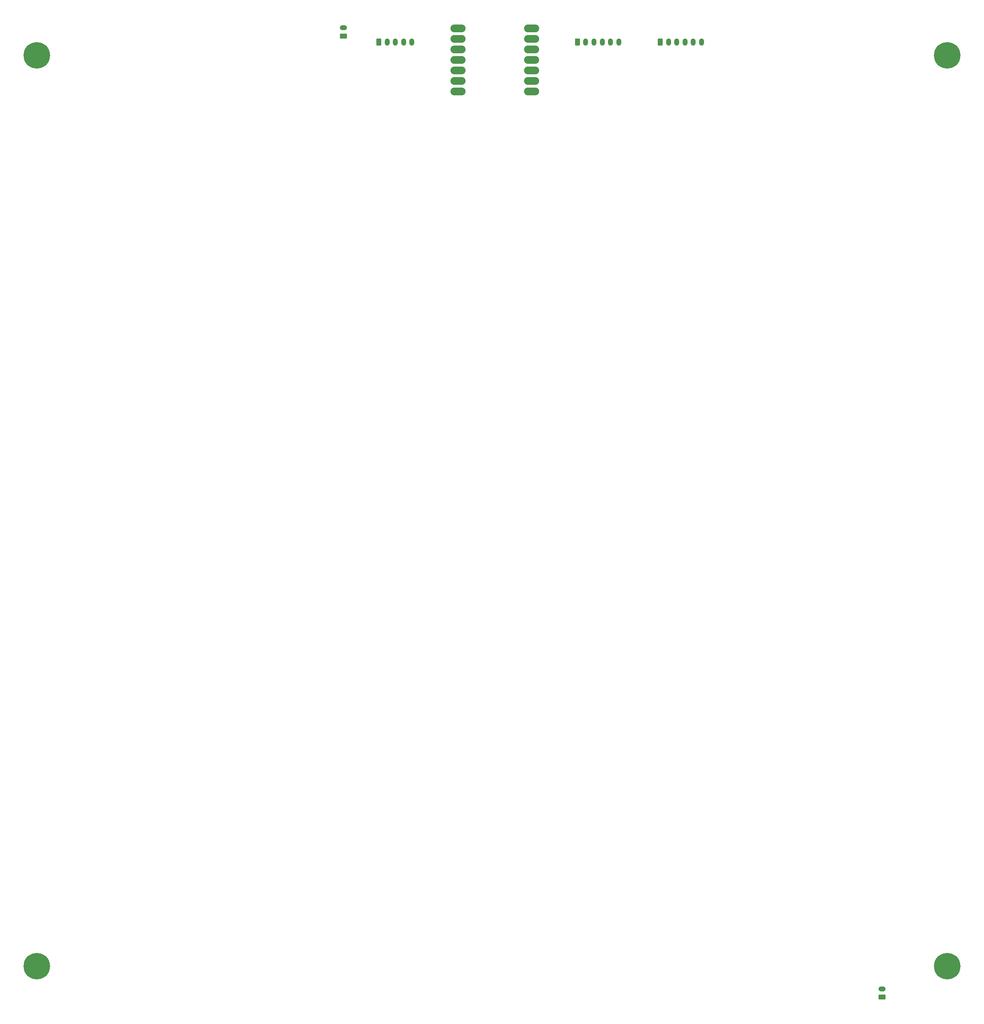
<source format=gbs>
G04 #@! TF.GenerationSoftware,KiCad,Pcbnew,8.0.5*
G04 #@! TF.CreationDate,2024-10-14T18:30:02-05:00*
G04 #@! TF.ProjectId,morg_grad_cap,6d6f7267-5f67-4726-9164-5f6361702e6b,rev?*
G04 #@! TF.SameCoordinates,Original*
G04 #@! TF.FileFunction,Soldermask,Bot*
G04 #@! TF.FilePolarity,Negative*
%FSLAX46Y46*%
G04 Gerber Fmt 4.6, Leading zero omitted, Abs format (unit mm)*
G04 Created by KiCad (PCBNEW 8.0.5) date 2024-10-14 18:30:02*
%MOMM*%
%LPD*%
G01*
G04 APERTURE LIST*
G04 Aperture macros list*
%AMRoundRect*
0 Rectangle with rounded corners*
0 $1 Rounding radius*
0 $2 $3 $4 $5 $6 $7 $8 $9 X,Y pos of 4 corners*
0 Add a 4 corners polygon primitive as box body*
4,1,4,$2,$3,$4,$5,$6,$7,$8,$9,$2,$3,0*
0 Add four circle primitives for the rounded corners*
1,1,$1+$1,$2,$3*
1,1,$1+$1,$4,$5*
1,1,$1+$1,$6,$7*
1,1,$1+$1,$8,$9*
0 Add four rect primitives between the rounded corners*
20,1,$1+$1,$2,$3,$4,$5,0*
20,1,$1+$1,$4,$5,$6,$7,0*
20,1,$1+$1,$6,$7,$8,$9,0*
20,1,$1+$1,$8,$9,$2,$3,0*%
G04 Aperture macros list end*
%ADD10O,1.750000X1.200000*%
%ADD11RoundRect,0.250000X0.625000X-0.350000X0.625000X0.350000X-0.625000X0.350000X-0.625000X-0.350000X0*%
%ADD12C,6.400000*%
%ADD13O,1.200000X1.750000*%
%ADD14RoundRect,0.250000X-0.350000X-0.625000X0.350000X-0.625000X0.350000X0.625000X-0.350000X0.625000X0*%
%ADD15O,3.657600X1.879600*%
G04 APERTURE END LIST*
D10*
X214210001Y-235520000D03*
D11*
X214210001Y-237520000D03*
D12*
X230000000Y-10000000D03*
X230000000Y-230000000D03*
X10000000Y-10000000D03*
X10000000Y-230000000D03*
D13*
X150650000Y-6790000D03*
X148650003Y-6789999D03*
X146650002Y-6790000D03*
X144650001Y-6789999D03*
X142650001Y-6789999D03*
D14*
X140650001Y-6789999D03*
X160649999Y-6789999D03*
D13*
X162649999Y-6789999D03*
X164649999Y-6789999D03*
X166650000Y-6790000D03*
X168650001Y-6789999D03*
X170649998Y-6790000D03*
D15*
X129539999Y-3459998D03*
X129539999Y-6000002D03*
X129539999Y-8539999D03*
X129540002Y-11080002D03*
X129539999Y-13620000D03*
X129540001Y-16160004D03*
X129540002Y-18700002D03*
X111760000Y-18700000D03*
X111760000Y-16159999D03*
X111759999Y-13620001D03*
X111759998Y-11080001D03*
X111759993Y-8540000D03*
X111759999Y-6000001D03*
X111760000Y-3460001D03*
D11*
X84100000Y-5300000D03*
D10*
X84100000Y-3300000D03*
D14*
X92660000Y-6750000D03*
D13*
X94660000Y-6750000D03*
X96660000Y-6750000D03*
X98660001Y-6750001D03*
X100660002Y-6750000D03*
M02*

</source>
